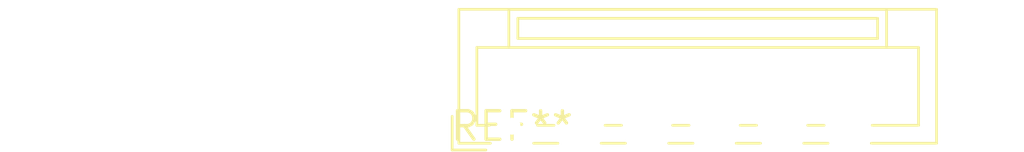
<source format=kicad_pcb>
(kicad_pcb (version 20240108) (generator pcbnew)
  (layers (0 "F.Cu" signal) (31 "B.Cu" signal) (34 "B.Paste" user) (35 "F.Paste" user) (36 "B.SilkS" user "B.Silkscreen") (37 "F.SilkS" user "F.Silkscreen") (38 "B.Mask" user) (39 "F.Mask" user) (44 "Edge.Cuts" user))
  (net 0 "")
  (footprint "JST_ZE_B12B-ZESK-D_1x12_P1.50mm_Vertical" (layer "F.Cu") (at 0 0)
    (property "Reference" "REF**")
    (property "Value" "JST_ZE_B12B-ZESK-D_1x12_P1.50mm_Vertical")
    (fp_line (start -2.66 -0.44) (end -2.66 1.06) (layer "F.SilkS") (stroke (width 0.12)))
    (fp_line (start -2.66 1.06) (end -1.16 1.06) (layer "F.SilkS") (stroke (width 0.12)))
    (fp_line (start -2.36 -5.21) (end 18.86 -5.21) (layer "F.SilkS") (stroke (width 0.12)))
    (fp_line (start -2.36 0.76) (end -2.36 -5.21) (layer "F.SilkS") (stroke (width 0.12)))
    (fp_line (start -1.56 -3.51) (end -1.56 -0.04) (layer "F.SilkS") (stroke (width 0.12)))
    (fp_line (start -1.56 -0.04) (end -1 -0.04) (layer "F.SilkS") (stroke (width 0.12)))
    (fp_line (start -0.96 0.76) (end -2.36 0.76) (layer "F.SilkS") (stroke (width 0.12)))
    (fp_line (start -0.14 -5.21) (end -0.14 -3.51) (layer "F.SilkS") (stroke (width 0.12)))
    (fp_line (start -0.14 -3.51) (end -1.56 -3.51) (layer "F.SilkS") (stroke (width 0.12)))
    (fp_line (start -0.14 -3.51) (end 16.64 -3.51) (layer "F.SilkS") (stroke (width 0.12)))
    (fp_line (start 0.26 -4.81) (end 0.26 -3.91) (layer "F.SilkS") (stroke (width 0.12)))
    (fp_line (start 0.26 -3.91) (end 16.24 -3.91) (layer "F.SilkS") (stroke (width 0.12)))
    (fp_line (start 0.96 0.76) (end 2.04 0.76) (layer "F.SilkS") (stroke (width 0.12)))
    (fp_line (start 1.135 -0.04) (end 1.865 -0.04) (layer "F.SilkS") (stroke (width 0.12)))
    (fp_line (start 3.96 0.76) (end 5.04 0.76) (layer "F.SilkS") (stroke (width 0.12)))
    (fp_line (start 4.135 -0.04) (end 4.865 -0.04) (layer "F.SilkS") (stroke (width 0.12)))
    (fp_line (start 6.96 0.76) (end 8.04 0.76) (layer "F.SilkS") (stroke (width 0.12)))
    (fp_line (start 7.135 -0.04) (end 7.865 -0.04) (layer "F.SilkS") (stroke (width 0.12)))
    (fp_line (start 9.96 0.76) (end 11.04 0.76) (layer "F.SilkS") (stroke (width 0.12)))
    (fp_line (start 10.135 -0.04) (end 10.865 -0.04) (layer "F.SilkS") (stroke (width 0.12)))
    (fp_line (start 12.96 0.76) (end 14.04 0.76) (layer "F.SilkS") (stroke (width 0.12)))
    (fp_line (start 13.135 -0.04) (end 13.865 -0.04) (layer "F.SilkS") (stroke (width 0.12)))
    (fp_line (start 16.24 -4.81) (end 0.26 -4.81) (layer "F.SilkS") (stroke (width 0.12)))
    (fp_line (start 16.24 -3.91) (end 16.24 -4.81) (layer "F.SilkS") (stroke (width 0.12)))
    (fp_line (start 16.64 -5.21) (end -0.14 -5.21) (layer "F.SilkS") (stroke (width 0.12)))
    (fp_line (start 16.64 -3.51) (end 16.64 -5.21) (layer "F.SilkS") (stroke (width 0.12)))
    (fp_line (start 16.64 -3.51) (end 18.06 -3.51) (layer "F.SilkS") (stroke (width 0.12)))
    (fp_line (start 18.06 -3.51) (end 18.06 -0.04) (layer "F.SilkS") (stroke (width 0.12)))
    (fp_line (start 18.06 -0.04) (end 16 -0.04) (layer "F.SilkS") (stroke (width 0.12)))
    (fp_line (start 18.86 -5.21) (end 18.86 0.76) (layer "F.SilkS") (stroke (width 0.12)))
    (fp_line (start 18.86 0.76) (end 15.96 0.76) (layer "F.SilkS") (stroke (width 0.12)))
    (pad "1" thru_hole custom (at 0 0) (size 1.117157 1.117157) (drill 0.75) (layers *.Cu *.Mask) (remove_unused_layers) (options (clearance outline) (anchor circle)) (primitives (gr_poly (pts (xy 0.45 -0.225) (xy 0.45 0.625) (xy -0.45 0.625) (xy -0.45 -0.625) (xy 0.05 -0.625)) (width 0.5) (fill yes))))
    (pad "2" thru_hole oval (at 1.5 -2) (size 1.4 1.75) (drill 0.75) (layers *.Cu *.Mask) (remove_unused_layers))
    (pad "3" thru_hole oval (at 3 0) (size 1.4 1.75) (drill 0.75) (layers *.Cu *.Mask) (remove_unused_layers))
    (pad "4" thru_hole oval (at 4.5 -2) (size 1.4 1.75) (drill 0.75) (layers *.Cu *.Mask) (remove_unused_layers))
    (pad "5" thru_hole oval (at 6 0) (size 1.4 1.75) (drill 0.75) (layers *.Cu *.Mask) (remove_unused_layers))
    (pad "6" thru_hole oval (at 7.5 -2) (size 1.4 1.75) (drill 0.75) (layers *.Cu *.Mask) (remove_unused_layers))
    (pad "7" thru_hole oval (at 9 0) (size 1.4 1.75) (drill 0.75) (layers *.Cu *.Mask) (remove_unused_layers))
    (pad "8" thru_hole oval (at 10.5 -2) (size 1.4 1.75) (drill 0.75) (layers *.Cu *.Mask) (remove_unused_layers))
    (pad "9" thru_hole oval (at 12 0) (size 1.4 1.75) (drill 0.75) (layers *.Cu *.Mask) (remove_unused_layers))
    (pad "10" thru_hole oval (at 13.5 -2) (size 1.4 1.75) (drill 0.75) (layers *.Cu *.Mask) (remove_unused_layers))
    (pad "11" thru_hole oval (at 15 0) (size 1.4 1.75) (drill 0.75) (layers *.Cu *.Mask) (remove_unused_layers))
    (pad "12" thru_hole oval (at 16.5 -2) (size 1.4 1.75) (drill 0.75) (layers *.Cu *.Mask) (remove_unused_layers))
  )
)
</source>
